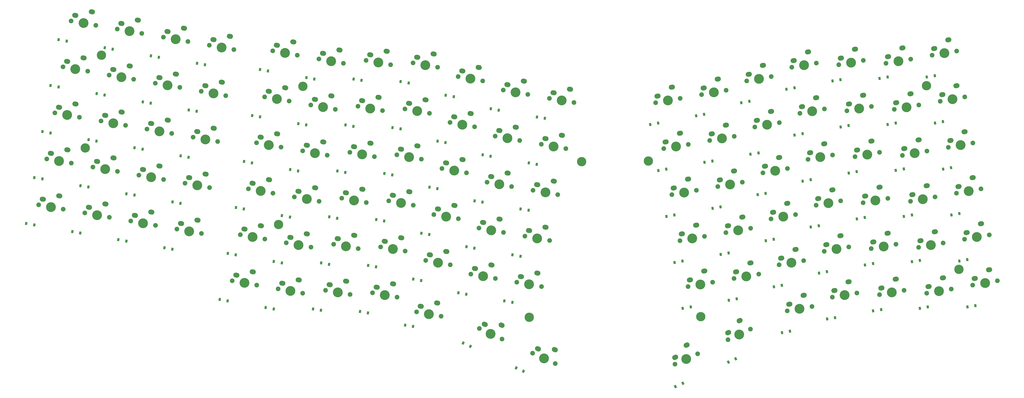
<source format=gbr>
%TF.GenerationSoftware,KiCad,Pcbnew,(6.0.4)*%
%TF.CreationDate,2022-12-29T16:55:39-05:00*%
%TF.ProjectId,atreuskeypad,61747265-7573-46b6-9579-7061642e6b69,rev?*%
%TF.SameCoordinates,Original*%
%TF.FileFunction,Soldermask,Bot*%
%TF.FilePolarity,Negative*%
%FSLAX46Y46*%
G04 Gerber Fmt 4.6, Leading zero omitted, Abs format (unit mm)*
G04 Created by KiCad (PCBNEW (6.0.4)) date 2022-12-29 16:55:39*
%MOMM*%
%LPD*%
G01*
G04 APERTURE LIST*
G04 Aperture macros list*
%AMHorizOval*
0 Thick line with rounded ends*
0 $1 width*
0 $2 $3 position (X,Y) of the first rounded end (center of the circle)*
0 $4 $5 position (X,Y) of the second rounded end (center of the circle)*
0 Add line between two ends*
20,1,$1,$2,$3,$4,$5,0*
0 Add two circle primitives to create the rounded ends*
1,1,$1,$2,$3*
1,1,$1,$4,$5*%
%AMRotRect*
0 Rectangle, with rotation*
0 The origin of the aperture is its center*
0 $1 length*
0 $2 width*
0 $3 Rotation angle, in degrees counterclockwise*
0 Add horizontal line*
21,1,$1,$2,0,0,$3*%
G04 Aperture macros list end*
%ADD10C,1.900000*%
%ADD11C,4.000000*%
%ADD12HorizOval,2.000000X0.246202X-0.043412X-0.246202X0.043412X0*%
%ADD13HorizOval,2.000000X0.246202X0.043412X-0.246202X-0.043412X0*%
%ADD14HorizOval,2.000000X0.226577X0.105655X-0.226577X-0.105655X0*%
%ADD15C,2.600000*%
%ADD16C,3.800000*%
%ADD17HorizOval,2.000000X0.226577X-0.105655X-0.226577X0.105655X0*%
%ADD18RotRect,0.900000X1.200000X190.000000*%
%ADD19RotRect,0.900000X1.200000X170.000000*%
%ADD20RotRect,0.900000X1.200000X205.000000*%
%ADD21RotRect,0.900000X1.200000X155.000000*%
G04 APERTURE END LIST*
D10*
%TO.C,SW45*%
X-60817347Y-67719370D03*
D11*
X-55814524Y-68601503D03*
D10*
X-50811701Y-69483636D03*
D12*
X-59125575Y-65438492D03*
X-52430980Y-64039746D03*
%TD*%
D11*
%TO.C,SW8*%
X90060154Y-48206932D03*
D10*
X85057331Y-47324799D03*
X95062977Y-49089065D03*
D12*
X86749103Y-45043921D03*
X93443698Y-43645175D03*
%TD*%
D10*
%TO.C,SW20*%
X8778060Y-60647041D03*
D11*
X3775237Y-59764908D03*
D10*
X-1227586Y-58882775D03*
D12*
X464186Y-56601897D03*
X7158781Y-55203151D03*
%TD*%
D10*
%TO.C,SW66*%
X-48672754Y-108548543D03*
X-38667108Y-110312809D03*
D11*
X-43669931Y-109430676D03*
D12*
X-46980982Y-106267665D03*
X-40286387Y-104868919D03*
%TD*%
D10*
%TO.C,SW42*%
X237549542Y-90445308D03*
X227543896Y-92209574D03*
D11*
X232546719Y-91327441D03*
D13*
X228353535Y-89487629D03*
X234165998Y-85883551D03*
%TD*%
D10*
%TO.C,SW75*%
X137318830Y-138557950D03*
D11*
X132316007Y-137675817D03*
D10*
X127313184Y-136793684D03*
D12*
X129004956Y-134512806D03*
X135699551Y-133114060D03*
%TD*%
D10*
%TO.C,SW69*%
X14661444Y-117445979D03*
X24667090Y-119210245D03*
D11*
X19664267Y-118328112D03*
D12*
X16353216Y-115165101D03*
X23047811Y-113766355D03*
%TD*%
D10*
%TO.C,SW94*%
X306461070Y-42443694D03*
X296455424Y-44207960D03*
D11*
X301458247Y-43325827D03*
D13*
X297265063Y-41486015D03*
X303077526Y-37881937D03*
%TD*%
D10*
%TO.C,SW4*%
X12086058Y-41886454D03*
D11*
X7083235Y-41004321D03*
D10*
X2080412Y-40122188D03*
D12*
X3772184Y-37841310D03*
X10466779Y-36442564D03*
%TD*%
D10*
%TO.C,SW89*%
X222489668Y-155955767D03*
D11*
X217885624Y-158102668D03*
D10*
X213281580Y-160249569D03*
D14*
X213359141Y-157410822D03*
X218040745Y-152425174D03*
%TD*%
D15*
%TO.C,MNT*%
X-41910000Y-44196000D03*
D16*
X-41910000Y-44196000D03*
%TD*%
D11*
%TO.C,SW63*%
X-21601346Y-93978086D03*
D10*
X-26604169Y-93095953D03*
X-16598523Y-94860219D03*
D12*
X-24912397Y-90815075D03*
X-18217802Y-89416329D03*
%TD*%
D10*
%TO.C,SW14*%
X220927900Y-54688399D03*
D11*
X225930723Y-53806266D03*
D10*
X230933546Y-52924133D03*
D13*
X221737539Y-51966454D03*
X227550002Y-48362376D03*
%TD*%
D11*
%TO.C,SW100*%
X311382241Y-99607590D03*
D10*
X306379418Y-100489723D03*
X316385064Y-98725457D03*
D13*
X307189057Y-97767778D03*
X313001520Y-94163700D03*
%TD*%
D11*
%TO.C,SW58*%
X235854717Y-110088029D03*
D10*
X240857540Y-109205896D03*
X230851894Y-110970162D03*
D13*
X231661533Y-108248217D03*
X237473996Y-104644139D03*
%TD*%
D10*
%TO.C,SW29*%
X215877916Y-77243989D03*
D11*
X210875093Y-78126122D03*
D10*
X205872270Y-79008255D03*
D13*
X206681909Y-76286310D03*
X212494372Y-72682232D03*
%TD*%
D15*
%TO.C,MNT*%
X30226000Y-113284000D03*
D16*
X30226000Y-113284000D03*
%TD*%
D11*
%TO.C,SW74*%
X113555419Y-134367819D03*
D10*
X118558242Y-135249952D03*
X108552596Y-133485686D03*
D12*
X110244368Y-131204808D03*
X116938963Y-129806062D03*
%TD*%
D10*
%TO.C,SW77*%
X215796264Y-135290018D03*
D11*
X220799087Y-134407885D03*
D10*
X225801910Y-133525752D03*
D13*
X216605903Y-132568073D03*
X222418366Y-128963995D03*
%TD*%
D11*
%TO.C,SW86*%
X116633881Y-157865369D03*
D10*
X112029837Y-155718468D03*
X121237925Y-160012270D03*
D17*
X114254299Y-153953172D03*
X121082804Y-154334776D03*
%TD*%
D11*
%TO.C,SW2*%
X-30437940Y-34388325D03*
D10*
X-35440763Y-33506192D03*
X-25435117Y-35270458D03*
D12*
X-33748991Y-31225314D03*
X-27054396Y-29826568D03*
%TD*%
D10*
%TO.C,SW11*%
X150550821Y-63515599D03*
X140545175Y-61751333D03*
D11*
X145547998Y-62633466D03*
D12*
X142236947Y-59470455D03*
X148931542Y-58071709D03*
%TD*%
D10*
%TO.C,SW73*%
X90188968Y-127926418D03*
X100194614Y-129690684D03*
D11*
X95191791Y-128808551D03*
D12*
X91880740Y-125645540D03*
X98575335Y-124246794D03*
%TD*%
D11*
%TO.C,SW33*%
X26280263Y-80806937D03*
D10*
X21277440Y-79924804D03*
X31283086Y-81689070D03*
D12*
X22969212Y-77643926D03*
X29663807Y-76245180D03*
%TD*%
D10*
%TO.C,SW3*%
X-6674530Y-38578456D03*
D11*
X-11677353Y-37696323D03*
D10*
X-16680176Y-36814190D03*
D12*
X-14988404Y-34533312D03*
X-8293809Y-33134566D03*
%TD*%
D11*
%TO.C,SW40*%
X195422503Y-100194707D03*
D10*
X200425326Y-99312574D03*
X190419680Y-101076840D03*
D13*
X191229319Y-98354895D03*
X197041782Y-94750817D03*
%TD*%
D10*
%TO.C,SW52*%
X75133338Y-103606562D03*
X85138984Y-105370828D03*
D11*
X80136161Y-104488695D03*
D12*
X76825110Y-101325684D03*
X83519705Y-99926938D03*
%TD*%
D10*
%TO.C,SW96*%
X309769068Y-61204282D03*
X299763422Y-62968548D03*
D11*
X304766245Y-62086415D03*
D13*
X300573061Y-60246603D03*
X306385524Y-56642525D03*
%TD*%
D11*
%TO.C,SW31*%
X247602349Y-67007585D03*
D10*
X252605172Y-66125452D03*
X242599526Y-67889718D03*
D13*
X243409165Y-65167773D03*
X249221628Y-61563695D03*
%TD*%
D15*
%TO.C,MNT*%
X153670000Y-87630000D03*
D16*
X153670000Y-87630000D03*
%TD*%
D11*
%TO.C,SW59*%
X254218345Y-104528760D03*
D10*
X249215522Y-105410893D03*
X259221168Y-103646627D03*
D13*
X250025161Y-102688948D03*
X255837624Y-99084870D03*
%TD*%
D10*
%TO.C,SW81*%
X21359093Y-137970833D03*
D11*
X16356270Y-137088700D03*
D10*
X11353447Y-136206567D03*
D12*
X13045219Y-133925689D03*
X19739814Y-132526943D03*
%TD*%
D11*
%TO.C,SW7*%
X70902607Y-47150204D03*
D10*
X75905430Y-48032337D03*
X65899784Y-46268071D03*
D12*
X67591556Y-43987193D03*
X74286151Y-42588447D03*
%TD*%
D10*
%TO.C,SW18*%
X-28743115Y-54031046D03*
X-38748761Y-52266780D03*
D11*
X-33745938Y-53148913D03*
D12*
X-37056989Y-49985902D03*
X-30362394Y-48587156D03*
%TD*%
D10*
%TO.C,SW10*%
X121784587Y-58443335D03*
D11*
X126787410Y-59325468D03*
D10*
X131790233Y-60207601D03*
D12*
X123476359Y-56162457D03*
X130170954Y-54763711D03*
%TD*%
D11*
%TO.C,SW79*%
X257526343Y-123289348D03*
D10*
X252523520Y-124171481D03*
X262529166Y-122407215D03*
D13*
X253333159Y-121449536D03*
X259145622Y-117845458D03*
%TD*%
D11*
%TO.C,SW37*%
X101807787Y-91287375D03*
D10*
X106810610Y-92169508D03*
X96804964Y-90405242D03*
D12*
X98496736Y-88124364D03*
X105191331Y-86725618D03*
%TD*%
D10*
%TO.C,SW78*%
X244165538Y-127966483D03*
D11*
X239162715Y-128848616D03*
D10*
X234159892Y-129730749D03*
D13*
X234969531Y-127008804D03*
X240781994Y-123404726D03*
%TD*%
D10*
%TO.C,SW43*%
X255913170Y-84886040D03*
X245907524Y-86650306D03*
D11*
X250910347Y-85768173D03*
D13*
X246717163Y-83928361D03*
X252529626Y-80324283D03*
%TD*%
D10*
%TO.C,SW41*%
X219185914Y-96004576D03*
D11*
X214183091Y-96886709D03*
D10*
X209180268Y-97768842D03*
D13*
X209989907Y-95046897D03*
X215802370Y-91442819D03*
%TD*%
D10*
%TO.C,SW101*%
X290926828Y-122558309D03*
D11*
X295929651Y-121676176D03*
D10*
X300932474Y-120794043D03*
D13*
X291736467Y-119836364D03*
X297548930Y-116232286D03*
%TD*%
D10*
%TO.C,SW16*%
X268454722Y-46308137D03*
D11*
X263451899Y-47190270D03*
D10*
X258449076Y-48072403D03*
D13*
X259258715Y-45350458D03*
X265071178Y-41746380D03*
%TD*%
D16*
%TO.C,MNT*%
X307340000Y-131572000D03*
D15*
X307340000Y-131572000D03*
%TD*%
D10*
%TO.C,SW27*%
X137237177Y-80511921D03*
X147242823Y-82276187D03*
D11*
X142240000Y-81394054D03*
D12*
X138928949Y-78231043D03*
X145623544Y-76832297D03*
%TD*%
D10*
%TO.C,SW23*%
X62591786Y-65028659D03*
D11*
X67594609Y-65910792D03*
D10*
X72597432Y-66792925D03*
D12*
X64283558Y-62747781D03*
X70978153Y-61349035D03*
%TD*%
D10*
%TO.C,SW67*%
X-19906521Y-113620807D03*
D11*
X-24909344Y-112738674D03*
D10*
X-29912167Y-111856541D03*
D12*
X-28220395Y-109575663D03*
X-21525800Y-108176917D03*
%TD*%
D10*
%TO.C,SW5*%
X37899082Y-44167895D03*
X27893436Y-42403629D03*
D11*
X32896259Y-43285762D03*
D12*
X29585208Y-40122751D03*
X36279803Y-38724005D03*
%TD*%
D11*
%TO.C,SW95*%
X286005657Y-65394413D03*
D10*
X291008480Y-64512280D03*
X281002834Y-66276546D03*
D13*
X281812473Y-63554601D03*
X287624936Y-59950523D03*
%TD*%
D16*
%TO.C,MNT*%
X132334000Y-151130000D03*
D15*
X132334000Y-151130000D03*
%TD*%
D11*
%TO.C,SW39*%
X138932002Y-100154641D03*
D10*
X133929179Y-99272508D03*
X143934825Y-101036774D03*
D12*
X135620951Y-96991630D03*
X142315546Y-95592884D03*
%TD*%
D10*
%TO.C,SW21*%
X34591084Y-62928482D03*
X24585438Y-61164216D03*
D11*
X29588261Y-62046349D03*
D12*
X26277210Y-58883338D03*
X32971805Y-57484592D03*
%TD*%
D11*
%TO.C,SW91*%
X260834340Y-142049936D03*
D10*
X265837163Y-141167803D03*
X255831517Y-142932069D03*
D13*
X256641156Y-140210124D03*
X262453619Y-136606046D03*
%TD*%
D10*
%TO.C,SW65*%
X-67433342Y-105240545D03*
X-57427696Y-107004811D03*
D11*
X-62430519Y-106122678D03*
D12*
X-65741570Y-102959667D03*
X-59046975Y-101560921D03*
%TD*%
D16*
%TO.C,MNT*%
X40132000Y-56896000D03*
D15*
X40132000Y-56896000D03*
%TD*%
D10*
%TO.C,SW98*%
X303071420Y-81729136D03*
D11*
X308074243Y-80847003D03*
D10*
X313077066Y-79964870D03*
D13*
X303881059Y-79007191D03*
X309693522Y-75403113D03*
%TD*%
D10*
%TO.C,SW103*%
X304240471Y-139554631D03*
X294234825Y-141318897D03*
D11*
X299237648Y-140436764D03*
D13*
X295044464Y-138596952D03*
X300856927Y-134992874D03*
%TD*%
D10*
%TO.C,SW82*%
X30114034Y-139514565D03*
D11*
X35116857Y-140396698D03*
D10*
X40119680Y-141278831D03*
D12*
X31805806Y-137233687D03*
X38500401Y-135834941D03*
%TD*%
D11*
%TO.C,SW36*%
X83444159Y-85728107D03*
D10*
X78441336Y-84845974D03*
X88446982Y-86610240D03*
D12*
X80133108Y-82565096D03*
X86827703Y-81166350D03*
%TD*%
D11*
%TO.C,SW83*%
X54362618Y-140953143D03*
D10*
X59365441Y-141835276D03*
X49359795Y-140071010D03*
D12*
X51051567Y-137790132D03*
X57746162Y-136391386D03*
%TD*%
D10*
%TO.C,SW97*%
X294316478Y-83272867D03*
X284310832Y-85037133D03*
D11*
X289313655Y-84155000D03*
D13*
X285120471Y-82315188D03*
X290932934Y-78711110D03*
%TD*%
D10*
%TO.C,SW92*%
X274989065Y-141875341D03*
X284994711Y-140111075D03*
D11*
X279991888Y-140993208D03*
D13*
X275798704Y-139153396D03*
X281611167Y-135549318D03*
%TD*%
D16*
%TO.C,MNT*%
X180848000Y-87376000D03*
D15*
X180848000Y-87376000D03*
%TD*%
D10*
%TO.C,SW87*%
X133734124Y-165735560D03*
D11*
X138338168Y-167882461D03*
D10*
X142942212Y-170029362D03*
D17*
X135958586Y-163970264D03*
X142787091Y-164351868D03*
%TD*%
D10*
%TO.C,SW50*%
X36730030Y-101993389D03*
D11*
X41732853Y-102875522D03*
D10*
X46735676Y-103757655D03*
D12*
X38421802Y-99712511D03*
X45116397Y-98313765D03*
%TD*%
D11*
%TO.C,SW32*%
X266759897Y-65950858D03*
D10*
X271762720Y-65068725D03*
X261757074Y-66832991D03*
D13*
X262566713Y-64111046D03*
X268379176Y-60506968D03*
%TD*%
D11*
%TO.C,SW93*%
X282697660Y-46633825D03*
D10*
X277694837Y-47515958D03*
X287700483Y-45751692D03*
D13*
X278504476Y-44794013D03*
X284316939Y-41189935D03*
%TD*%
D11*
%TO.C,SW55*%
X135624005Y-118915229D03*
D10*
X130621182Y-118033096D03*
X140626828Y-119797362D03*
D12*
X132312954Y-115752218D03*
X139007549Y-114353472D03*
%TD*%
D10*
%TO.C,SW6*%
X56659669Y-47475892D03*
D11*
X51656846Y-46593759D03*
D10*
X46654023Y-45711626D03*
D12*
X48345795Y-43430748D03*
X55040390Y-42032002D03*
%TD*%
D15*
%TO.C,MNT*%
X202184000Y-150876000D03*
D16*
X202184000Y-150876000D03*
%TD*%
D11*
%TO.C,SW104*%
X317998236Y-137128766D03*
D10*
X323001059Y-136246633D03*
X312995413Y-138010899D03*
D13*
X313805052Y-135288954D03*
X319617515Y-131684876D03*
%TD*%
D11*
%TO.C,SW44*%
X270067894Y-84711445D03*
D10*
X265065071Y-85593578D03*
X275070717Y-83829312D03*
D13*
X265874710Y-82871633D03*
X271687173Y-79267555D03*
%TD*%
D11*
%TO.C,SW47*%
X-18293348Y-75217498D03*
D10*
X-13290525Y-76099631D03*
X-23296171Y-74335365D03*
D12*
X-21604399Y-72054487D03*
X-14909804Y-70655741D03*
%TD*%
D10*
%TO.C,SW13*%
X212569918Y-58483401D03*
X202564272Y-60247667D03*
D11*
X207567095Y-59365534D03*
D13*
X203373911Y-57525722D03*
X209186374Y-53921644D03*
%TD*%
D10*
%TO.C,SW22*%
X53351672Y-66236480D03*
X43346026Y-64472214D03*
D11*
X48348849Y-65354347D03*
D12*
X45037798Y-62191336D03*
X51732393Y-60792590D03*
%TD*%
D11*
%TO.C,SW64*%
X-2840758Y-97286084D03*
D10*
X-7843581Y-96403951D03*
X2162065Y-98168217D03*
D12*
X-6151809Y-94123073D03*
X542786Y-92724327D03*
%TD*%
D10*
%TO.C,SW38*%
X115168592Y-95964511D03*
X125174238Y-97728777D03*
D11*
X120171415Y-96846644D03*
D12*
X116860364Y-93683633D03*
X123554959Y-92284887D03*
%TD*%
D10*
%TO.C,SW12*%
X193809331Y-61791399D03*
X183803685Y-63555665D03*
D11*
X188806508Y-62673532D03*
D13*
X184613324Y-60833720D03*
X190425787Y-57229642D03*
%TD*%
D11*
%TO.C,SW26*%
X123479413Y-78086056D03*
D10*
X128482236Y-78968189D03*
X118476590Y-77203923D03*
D12*
X120168362Y-74923045D03*
X126862957Y-73524299D03*
%TD*%
D10*
%TO.C,SW25*%
X100112962Y-71644655D03*
X110118608Y-73408921D03*
D11*
X105115785Y-72526788D03*
D12*
X101804734Y-69363777D03*
X108499329Y-67965031D03*
%TD*%
D10*
%TO.C,SW61*%
X-54119698Y-88244223D03*
X-64125344Y-86479957D03*
D11*
X-59122521Y-87362090D03*
D12*
X-62433572Y-84199079D03*
X-55738977Y-82800333D03*
%TD*%
D11*
%TO.C,SW53*%
X98499789Y-110047963D03*
D10*
X103502612Y-110930096D03*
X93496966Y-109165830D03*
D12*
X95188738Y-106884952D03*
X101883333Y-105486206D03*
%TD*%
D11*
%TO.C,SW9*%
X108423782Y-53766200D03*
D10*
X103420959Y-52884067D03*
X113426605Y-54648333D03*
D12*
X105112731Y-50603189D03*
X111807326Y-49204443D03*
%TD*%
D10*
%TO.C,SW1*%
X-44195705Y-31962460D03*
X-54201351Y-30198194D03*
D11*
X-49198528Y-31080327D03*
D12*
X-52509579Y-27917316D03*
X-45814984Y-26518570D03*
%TD*%
D10*
%TO.C,SW49*%
X27975088Y-100449658D03*
X17969442Y-98685392D03*
D11*
X22972265Y-99567525D03*
D12*
X19661214Y-96404514D03*
X26355809Y-95005768D03*
%TD*%
D11*
%TO.C,SW24*%
X86752157Y-66967519D03*
D10*
X81749334Y-66085386D03*
X91754980Y-67849652D03*
D12*
X83441106Y-63804508D03*
X90135701Y-62405762D03*
%TD*%
D10*
%TO.C,SW28*%
X187111683Y-82316252D03*
X197117329Y-80551986D03*
D11*
X192114506Y-81434119D03*
D13*
X187921322Y-79594307D03*
X193733785Y-75990229D03*
%TD*%
D10*
%TO.C,SW102*%
X309687415Y-119250311D03*
X319693061Y-117486045D03*
D11*
X314690238Y-118368178D03*
D13*
X310497054Y-116528366D03*
X316309517Y-112924288D03*
%TD*%
D11*
%TO.C,SW19*%
X-14985350Y-56456910D03*
D10*
X-9982527Y-57339043D03*
X-19988173Y-55574777D03*
D12*
X-18296401Y-53293899D03*
X-11601806Y-51895153D03*
%TD*%
D10*
%TO.C,SW17*%
X-47503703Y-50723048D03*
X-57509349Y-48958782D03*
D11*
X-52506526Y-49840915D03*
D12*
X-55817577Y-46677904D03*
X-49122982Y-45279158D03*
%TD*%
D10*
%TO.C,SW15*%
X239291528Y-49129130D03*
D11*
X244294351Y-48246997D03*
D10*
X249297174Y-47364864D03*
D13*
X240101167Y-46407185D03*
X245913630Y-42803107D03*
%TD*%
D15*
%TO.C,MNT*%
X-48514000Y-82042000D03*
D16*
X-48514000Y-82042000D03*
%TD*%
D10*
%TO.C,SW84*%
X78522988Y-142892003D03*
X68517342Y-141127737D03*
D11*
X73520165Y-142009870D03*
D12*
X70209114Y-138846859D03*
X76903709Y-137448113D03*
%TD*%
D10*
%TO.C,SW72*%
X81830986Y-124131415D03*
X71825340Y-122367149D03*
D11*
X76828163Y-123249282D03*
D12*
X73517112Y-120086271D03*
X80211707Y-118687525D03*
%TD*%
D15*
%TO.C,MNT*%
X294132000Y-56642000D03*
D16*
X294132000Y-56642000D03*
%TD*%
D10*
%TO.C,SW68*%
X-11151579Y-115164538D03*
X-1145933Y-116928804D03*
D11*
X-6148756Y-116046671D03*
D12*
X-9459807Y-112883660D03*
X-2765212Y-111484914D03*
%TD*%
D10*
%TO.C,SW62*%
X-35359111Y-91552221D03*
D11*
X-40361934Y-90670088D03*
D10*
X-45364757Y-89787955D03*
D12*
X-43672985Y-87507077D03*
X-36978390Y-86108331D03*
%TD*%
D10*
%TO.C,SW57*%
X212488266Y-116529430D03*
D11*
X217491089Y-115647297D03*
D10*
X222493912Y-114765164D03*
D13*
X213297905Y-113807485D03*
X219110368Y-110203407D03*
%TD*%
D10*
%TO.C,SW54*%
X121866240Y-116489364D03*
D11*
X116863417Y-115607231D03*
D10*
X111860594Y-114725098D03*
D12*
X113552366Y-112444220D03*
X120246961Y-111045474D03*
%TD*%
D11*
%TO.C,SW56*%
X198730501Y-118955295D03*
D10*
X203733324Y-118073162D03*
X193727678Y-119837428D03*
D13*
X194537317Y-117115483D03*
X200349780Y-113511405D03*
%TD*%
D10*
%TO.C,SW85*%
X96489657Y-150702542D03*
X86484011Y-148938276D03*
D11*
X91486834Y-149820409D03*
D12*
X88175783Y-146657398D03*
X94870378Y-145258652D03*
%TD*%
D10*
%TO.C,SW99*%
X297624476Y-102033455D03*
D11*
X292621653Y-102915588D03*
D10*
X287618830Y-103797721D03*
D13*
X288428469Y-101075776D03*
X294240932Y-97471698D03*
%TD*%
D11*
%TO.C,SW51*%
X60978614Y-103431967D03*
D10*
X55975791Y-102549834D03*
X65981437Y-104314100D03*
D12*
X57667563Y-100268956D03*
X64362158Y-98870210D03*
%TD*%
D10*
%TO.C,SW34*%
X50043674Y-84997068D03*
D11*
X45040851Y-84114935D03*
D10*
X40038028Y-83232802D03*
D12*
X41729800Y-80951924D03*
X48424395Y-79553178D03*
%TD*%
D10*
%TO.C,SW88*%
X191706541Y-170275462D03*
D11*
X196310585Y-168128561D03*
D10*
X200914629Y-165981660D03*
D14*
X191784102Y-167436715D03*
X196465706Y-162451067D03*
%TD*%
D10*
%TO.C,SW30*%
X224235898Y-73448986D03*
D11*
X229238721Y-72566853D03*
D10*
X234241544Y-71684720D03*
D13*
X225045537Y-70727041D03*
X230858000Y-67122963D03*
%TD*%
D10*
%TO.C,SW76*%
X197035676Y-138598015D03*
X207041322Y-136833749D03*
D11*
X202038499Y-137715882D03*
D13*
X197845315Y-135876070D03*
X203657778Y-132271992D03*
%TD*%
D11*
%TO.C,SW48*%
X467239Y-78525496D03*
D10*
X-4535584Y-77643363D03*
X5470062Y-79407629D03*
D12*
X-2843812Y-75362485D03*
X3850783Y-73963739D03*
%TD*%
D10*
%TO.C,SW60*%
X278378715Y-102589900D03*
D11*
X273375892Y-103472033D03*
D10*
X268373069Y-104354166D03*
D13*
X269182708Y-101632221D03*
X274995171Y-98028143D03*
%TD*%
D10*
%TO.C,SW71*%
X52667793Y-121310422D03*
D11*
X57670616Y-122192555D03*
D10*
X62673439Y-123074688D03*
D12*
X54359565Y-119029544D03*
X61054160Y-117630798D03*
%TD*%
D10*
%TO.C,SW46*%
X-42056759Y-71027367D03*
D11*
X-37053936Y-71909500D03*
D10*
X-32051113Y-72791633D03*
D12*
X-40364987Y-68746489D03*
X-33670392Y-67347743D03*
%TD*%
D10*
%TO.C,SW70*%
X43427678Y-122518243D03*
D11*
X38424855Y-121636110D03*
D10*
X33422032Y-120753977D03*
D12*
X35113804Y-118473099D03*
X41808399Y-117074353D03*
%TD*%
D10*
%TO.C,SW90*%
X237467889Y-148491337D03*
D11*
X242470712Y-147609204D03*
D10*
X247473535Y-146727071D03*
D13*
X238277528Y-145769392D03*
X244089991Y-142165314D03*
%TD*%
D10*
%TO.C,SW80*%
X271681067Y-123114754D03*
X281686713Y-121350488D03*
D11*
X276683890Y-122232621D03*
D13*
X272490706Y-120392809D03*
X278303169Y-116788731D03*
%TD*%
D11*
%TO.C,SW35*%
X64286611Y-84671380D03*
D10*
X59283788Y-83789247D03*
X69289434Y-85553513D03*
D12*
X60975560Y-81508369D03*
X67670155Y-80109623D03*
%TD*%
D18*
%TO.C,D58*%
X231931216Y-119291154D03*
X228681350Y-119864192D03*
%TD*%
%TO.C,D80*%
X272363429Y-129184476D03*
X269113563Y-129757514D03*
%TD*%
D19*
%TO.C,D39*%
X132097464Y-107460833D03*
X128847598Y-106887795D03*
%TD*%
%TO.C,D55*%
X128789466Y-126221421D03*
X125539600Y-125648383D03*
%TD*%
D20*
%TO.C,D88*%
X194902719Y-178033574D03*
X191911903Y-179428214D03*
%TD*%
D19*
%TO.C,D6*%
X44822308Y-53899951D03*
X41572442Y-53326913D03*
%TD*%
D18*
%TO.C,D44*%
X265747434Y-91663300D03*
X262497568Y-92236338D03*
%TD*%
D19*
%TO.C,D11*%
X138713459Y-69939658D03*
X135463593Y-69366620D03*
%TD*%
%TO.C,D45*%
X-62649062Y-75907694D03*
X-65898928Y-75334656D03*
%TD*%
%TO.C,D46*%
X-43888475Y-79215692D03*
X-47138341Y-78642654D03*
%TD*%
%TO.C,D52*%
X73301622Y-111794886D03*
X70051756Y-111221848D03*
%TD*%
D18*
%TO.C,D99*%
X288212979Y-109367161D03*
X284963113Y-109940199D03*
%TD*%
%TO.C,D103*%
X294702919Y-146910563D03*
X291453053Y-147483601D03*
%TD*%
D19*
%TO.C,D50*%
X34898314Y-110181714D03*
X31648448Y-109608676D03*
%TD*%
D18*
%TO.C,D60*%
X269055432Y-110423888D03*
X265805566Y-110996926D03*
%TD*%
%TO.C,D31*%
X243678848Y-76210710D03*
X240428982Y-76783748D03*
%TD*%
%TO.C,D16*%
X259131438Y-54142125D03*
X255881572Y-54715163D03*
%TD*%
%TO.C,D42*%
X228623218Y-100530566D03*
X225373352Y-101103604D03*
%TD*%
%TO.C,D97*%
X284904981Y-90606573D03*
X281655115Y-91179611D03*
%TD*%
%TO.C,D76*%
X198114998Y-146919008D03*
X194865132Y-147492046D03*
%TD*%
D19*
%TO.C,D10*%
X119952872Y-66631660D03*
X116703006Y-66058622D03*
%TD*%
%TO.C,D27*%
X135405461Y-88700245D03*
X132155595Y-88127207D03*
%TD*%
%TO.C,D18*%
X-40580477Y-60455104D03*
X-43830343Y-59882066D03*
%TD*%
%TO.C,D4*%
X292803Y-48060371D03*
X-2957063Y-47487333D03*
%TD*%
%TO.C,D54*%
X110028878Y-122913423D03*
X106779012Y-122340385D03*
%TD*%
%TO.C,D83*%
X47528079Y-148259334D03*
X44278213Y-147686296D03*
%TD*%
%TO.C,D82*%
X28282319Y-147702890D03*
X25032453Y-147129852D03*
%TD*%
D18*
%TO.C,D93*%
X278288986Y-53085398D03*
X275039120Y-53658436D03*
%TD*%
D19*
%TO.C,D73*%
X88357252Y-136114742D03*
X85107386Y-135541704D03*
%TD*%
D20*
%TO.C,D89*%
X216477757Y-168007681D03*
X213486941Y-169402321D03*
%TD*%
D18*
%TO.C,D13*%
X203599488Y-68318518D03*
X200349622Y-68891556D03*
%TD*%
D19*
%TO.C,D37*%
X94973248Y-98593567D03*
X91723382Y-98020529D03*
%TD*%
D18*
%TO.C,D98*%
X304150742Y-90050128D03*
X300900876Y-90623166D03*
%TD*%
%TO.C,D102*%
X310766738Y-127571303D03*
X307516872Y-128144341D03*
%TD*%
D19*
%TO.C,D69*%
X12829729Y-125634304D03*
X9579863Y-125061266D03*
%TD*%
D18*
%TO.C,D101*%
X291476870Y-127877607D03*
X288227004Y-128450645D03*
%TD*%
D19*
%TO.C,D51*%
X54144075Y-110738159D03*
X50894209Y-110165121D03*
%TD*%
D18*
%TO.C,D32*%
X262439436Y-72902713D03*
X259189570Y-73475751D03*
%TD*%
D19*
%TO.C,D34*%
X38206312Y-91421126D03*
X34956446Y-90848088D03*
%TD*%
%TO.C,D81*%
X9521731Y-144394892D03*
X6271865Y-143821854D03*
%TD*%
D18*
%TO.C,D77*%
X216875586Y-143611010D03*
X213625720Y-144184048D03*
%TD*%
D19*
%TO.C,D53*%
X91665250Y-117354155D03*
X88415384Y-116781117D03*
%TD*%
%TO.C,D35*%
X57452073Y-91977571D03*
X54202207Y-91404533D03*
%TD*%
D21*
%TO.C,D87*%
X130019408Y-173163320D03*
X127028592Y-171768680D03*
%TD*%
D19*
%TO.C,D64*%
X-9675297Y-104592275D03*
X-12925163Y-104019237D03*
%TD*%
%TO.C,D66*%
X-50504470Y-116736867D03*
X-53754336Y-116163829D03*
%TD*%
%TO.C,D63*%
X-28435885Y-101284278D03*
X-31685751Y-100711240D03*
%TD*%
D18*
%TO.C,D30*%
X225712180Y-84021249D03*
X222462314Y-84594287D03*
%TD*%
%TO.C,D56*%
X194807000Y-128158420D03*
X191557134Y-128731458D03*
%TD*%
D19*
%TO.C,D70*%
X31590316Y-128942302D03*
X28340450Y-128369264D03*
%TD*%
%TO.C,D74*%
X106720880Y-141674011D03*
X103471014Y-141100973D03*
%TD*%
%TO.C,D38*%
X113336876Y-104152835D03*
X110087010Y-103579797D03*
%TD*%
D18*
%TO.C,D90*%
X238547212Y-156812329D03*
X235297346Y-157385367D03*
%TD*%
D19*
%TO.C,D26*%
X116644874Y-85392248D03*
X113395008Y-84819210D03*
%TD*%
%TO.C,D85*%
X85049255Y-154875330D03*
X81799389Y-154302292D03*
%TD*%
%TO.C,D62*%
X-47196472Y-97976280D03*
X-50446338Y-97403242D03*
%TD*%
%TO.C,D48*%
X-6367299Y-85831688D03*
X-9617165Y-85258650D03*
%TD*%
%TO.C,D3*%
X-18511891Y-45002514D03*
X-21761757Y-44429476D03*
%TD*%
D18*
%TO.C,D79*%
X253602842Y-132492473D03*
X250352976Y-133065511D03*
%TD*%
%TO.C,D29*%
X206951593Y-87329247D03*
X203701727Y-87902285D03*
%TD*%
D19*
%TO.C,D21*%
X22753722Y-69352541D03*
X19503856Y-68779503D03*
%TD*%
%TO.C,D5*%
X25935664Y-50569726D03*
X22685798Y-49996688D03*
%TD*%
%TO.C,D61*%
X-65957060Y-94668282D03*
X-69206926Y-94095244D03*
%TD*%
D18*
%TO.C,D12*%
X184883007Y-71876657D03*
X181633141Y-72449695D03*
%TD*%
D19*
%TO.C,D19*%
X-21819889Y-63763102D03*
X-25069755Y-63190064D03*
%TD*%
%TO.C,D8*%
X83225616Y-55513123D03*
X79975750Y-54940085D03*
%TD*%
%TO.C,D47*%
X-25127887Y-82523690D03*
X-28377753Y-81950652D03*
%TD*%
%TO.C,D65*%
X-69265058Y-113428870D03*
X-72514924Y-112855832D03*
%TD*%
D18*
%TO.C,D57*%
X213567588Y-124850422D03*
X210317722Y-125423460D03*
%TD*%
%TO.C,D94*%
X297534746Y-52528953D03*
X294284880Y-53101991D03*
%TD*%
D19*
%TO.C,D25*%
X98281246Y-79832979D03*
X95031380Y-79259941D03*
%TD*%
%TO.C,D67*%
X-31743883Y-120044865D03*
X-34993749Y-119471827D03*
%TD*%
%TO.C,D33*%
X19445724Y-88113129D03*
X16195858Y-87540091D03*
%TD*%
D18*
%TO.C,D100*%
X307582826Y-108788836D03*
X304332960Y-109361874D03*
%TD*%
%TO.C,D59*%
X250294844Y-113731886D03*
X247044978Y-114304924D03*
%TD*%
D19*
%TO.C,D84*%
X66685627Y-149316062D03*
X63435761Y-148743024D03*
%TD*%
%TO.C,D7*%
X64068068Y-54456396D03*
X60818202Y-53883358D03*
%TD*%
%TO.C,D9*%
X101589244Y-61072392D03*
X98339378Y-60499354D03*
%TD*%
D18*
%TO.C,D91*%
X256910840Y-151253061D03*
X253660974Y-151826099D03*
%TD*%
%TO.C,D92*%
X275671427Y-147945063D03*
X272421561Y-148518101D03*
%TD*%
D19*
%TO.C,D68*%
X-12983295Y-123352863D03*
X-16233161Y-122779825D03*
%TD*%
D18*
%TO.C,D43*%
X246986846Y-94971298D03*
X243736980Y-95544336D03*
%TD*%
D19*
%TO.C,D49*%
X16137726Y-106873716D03*
X12887860Y-106300678D03*
%TD*%
%TO.C,D72*%
X69993625Y-130555474D03*
X66743759Y-129982436D03*
%TD*%
D18*
%TO.C,D78*%
X235239214Y-138051742D03*
X231989348Y-138624780D03*
%TD*%
D19*
%TO.C,D24*%
X79917618Y-74273711D03*
X76667752Y-73700673D03*
%TD*%
%TO.C,D75*%
X125481468Y-144982008D03*
X122231602Y-144408970D03*
%TD*%
D18*
%TO.C,D40*%
X191499003Y-109397832D03*
X188249137Y-109970870D03*
%TD*%
D19*
%TO.C,D1*%
X-56033067Y-38386519D03*
X-59282933Y-37813481D03*
%TD*%
%TO.C,D36*%
X76609620Y-93034299D03*
X73359754Y-92461261D03*
%TD*%
%TO.C,D17*%
X-59341065Y-57147107D03*
X-62590931Y-56574069D03*
%TD*%
D18*
%TO.C,D96*%
X300842744Y-71289540D03*
X297592878Y-71862578D03*
%TD*%
D21*
%TO.C,D86*%
X108429408Y-163003320D03*
X105438592Y-161608680D03*
%TD*%
D18*
%TO.C,D95*%
X281596984Y-71845985D03*
X278347118Y-72419023D03*
%TD*%
D19*
%TO.C,D22*%
X41514310Y-72660539D03*
X38264444Y-72087501D03*
%TD*%
D18*
%TO.C,D41*%
X210259590Y-106089835D03*
X207009724Y-106662873D03*
%TD*%
D19*
%TO.C,D20*%
X-3059301Y-67071100D03*
X-6309167Y-66498062D03*
%TD*%
D18*
%TO.C,D104*%
X314074735Y-146331891D03*
X310824869Y-146904929D03*
%TD*%
D19*
%TO.C,D71*%
X50836077Y-129498747D03*
X47586211Y-128925709D03*
%TD*%
%TO.C,D2*%
X-37272479Y-41694517D03*
X-40522345Y-41121479D03*
%TD*%
D18*
%TO.C,D14*%
X222007223Y-63009391D03*
X218757357Y-63582429D03*
%TD*%
%TO.C,D28*%
X188191005Y-90637245D03*
X184941139Y-91210283D03*
%TD*%
%TO.C,D15*%
X240370851Y-57450123D03*
X237120985Y-58023161D03*
%TD*%
D19*
%TO.C,D23*%
X60760070Y-73216984D03*
X57510204Y-72643946D03*
%TD*%
M02*

</source>
